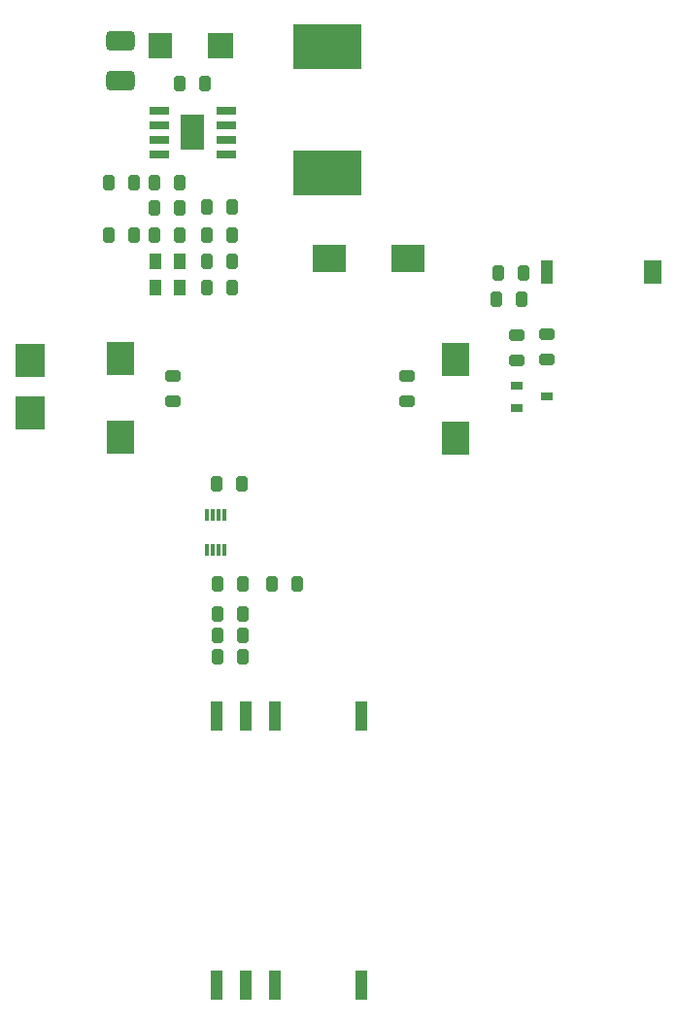
<source format=gtp>
G04*
G04 #@! TF.GenerationSoftware,Altium Limited,Altium Designer,20.1.11 (218)*
G04*
G04 Layer_Color=8421504*
%FSTAX24Y24*%
%MOIN*%
G70*
G04*
G04 #@! TF.SameCoordinates,265BAA9A-0927-4A7B-A448-E96A6529A9FE*
G04*
G04*
G04 #@! TF.FilePolarity,Positive*
G04*
G01*
G75*
%ADD26R,0.0400X0.0300*%
%ADD27R,0.0945X0.1181*%
%ADD28R,0.0394X0.1000*%
G04:AMPARAMS|DCode=29|XSize=67mil|YSize=100mil|CornerRadius=16.8mil|HoleSize=0mil|Usage=FLASHONLY|Rotation=90.000|XOffset=0mil|YOffset=0mil|HoleType=Round|Shape=RoundedRectangle|*
%AMROUNDEDRECTD29*
21,1,0.0670,0.0665,0,0,90.0*
21,1,0.0335,0.1000,0,0,90.0*
1,1,0.0335,0.0333,0.0168*
1,1,0.0335,0.0333,-0.0168*
1,1,0.0335,-0.0333,-0.0168*
1,1,0.0335,-0.0333,0.0168*
%
%ADD29ROUNDEDRECTD29*%
G04:AMPARAMS|DCode=30|XSize=40mil|YSize=52mil|CornerRadius=10mil|HoleSize=0mil|Usage=FLASHONLY|Rotation=0.000|XOffset=0mil|YOffset=0mil|HoleType=Round|Shape=RoundedRectangle|*
%AMROUNDEDRECTD30*
21,1,0.0400,0.0320,0,0,0.0*
21,1,0.0200,0.0520,0,0,0.0*
1,1,0.0200,0.0100,-0.0160*
1,1,0.0200,-0.0100,-0.0160*
1,1,0.0200,-0.0100,0.0160*
1,1,0.0200,0.0100,0.0160*
%
%ADD30ROUNDEDRECTD30*%
%ADD31R,0.1181X0.0945*%
G04:AMPARAMS|DCode=32|XSize=40mil|YSize=52mil|CornerRadius=10mil|HoleSize=0mil|Usage=FLASHONLY|Rotation=90.000|XOffset=0mil|YOffset=0mil|HoleType=Round|Shape=RoundedRectangle|*
%AMROUNDEDRECTD32*
21,1,0.0400,0.0320,0,0,90.0*
21,1,0.0200,0.0520,0,0,90.0*
1,1,0.0200,0.0160,0.0100*
1,1,0.0200,0.0160,-0.0100*
1,1,0.0200,-0.0160,-0.0100*
1,1,0.0200,-0.0160,0.0100*
%
%ADD32ROUNDEDRECTD32*%
%ADD33R,0.0984X0.1181*%
%ADD34R,0.0787X0.0866*%
%ADD35R,0.0866X0.0866*%
%ADD36R,0.0700X0.0260*%
%ADD37R,0.0800X0.1200*%
%ADD38R,0.0118X0.0394*%
%ADD39R,0.0394X0.0550*%
%ADD40R,0.0591X0.0787*%
%ADD41R,0.0394X0.0787*%
%ADD42R,0.2362X0.1575*%
D26*
X112382Y100722D02*
D03*
X111342Y101094D02*
D03*
Y100336D02*
D03*
D27*
X097748Y099324D02*
D03*
Y102024D02*
D03*
X109244Y099295D02*
D03*
Y101995D02*
D03*
D28*
X105995Y080529D02*
D03*
X103035D02*
D03*
X102035D02*
D03*
X101035D02*
D03*
X105995Y089757D02*
D03*
X103035D02*
D03*
X102035D02*
D03*
X101035D02*
D03*
D29*
X097738Y11155D02*
D03*
Y11291D02*
D03*
D30*
X100641Y111463D02*
D03*
X099775D02*
D03*
X098211Y106271D02*
D03*
X097344D02*
D03*
X101026Y097732D02*
D03*
X101892D02*
D03*
X101941Y094306D02*
D03*
X101075D02*
D03*
X100691Y10721D02*
D03*
X101557D02*
D03*
X10072Y105359D02*
D03*
X101587D02*
D03*
X101065Y091806D02*
D03*
X101931D02*
D03*
X101075Y092515D02*
D03*
X101941D02*
D03*
X101065Y093243D02*
D03*
X101931D02*
D03*
X098211Y108048D02*
D03*
X097344D02*
D03*
X100691Y106271D02*
D03*
X101557D02*
D03*
X098919Y10719D02*
D03*
X099785D02*
D03*
Y108048D02*
D03*
X098919D02*
D03*
Y106271D02*
D03*
X099785D02*
D03*
X110691Y104966D02*
D03*
X111557D02*
D03*
X102925Y094296D02*
D03*
X103791D02*
D03*
X110642Y10407D02*
D03*
X111508D02*
D03*
X100711Y104454D02*
D03*
X101577D02*
D03*
D31*
X107592Y105458D02*
D03*
X104892D02*
D03*
D32*
X099549Y101432D02*
D03*
Y100566D02*
D03*
X107581Y100556D02*
D03*
Y101422D02*
D03*
X112364Y101993D02*
D03*
Y102859D02*
D03*
X111341Y101974D02*
D03*
Y10284D02*
D03*
D33*
X09465Y10015D02*
D03*
Y10195D02*
D03*
D34*
X099116Y112752D02*
D03*
D35*
X101163D02*
D03*
D36*
X101358Y109026D02*
D03*
Y109526D02*
D03*
Y110026D02*
D03*
Y110526D02*
D03*
X099058Y109026D02*
D03*
Y109526D02*
D03*
Y110026D02*
D03*
Y110526D02*
D03*
D37*
X100208Y109776D02*
D03*
D38*
X100907Y095448D02*
D03*
X100711D02*
D03*
X101104D02*
D03*
X101301D02*
D03*
Y096669D02*
D03*
X101104D02*
D03*
X100907D02*
D03*
X100711D02*
D03*
D39*
X099776Y10535D02*
D03*
X098949D02*
D03*
X099756Y104454D02*
D03*
X098929D02*
D03*
D40*
X116006Y104995D02*
D03*
D41*
X112364D02*
D03*
D42*
X104825Y112712D02*
D03*
Y108381D02*
D03*
M02*

</source>
